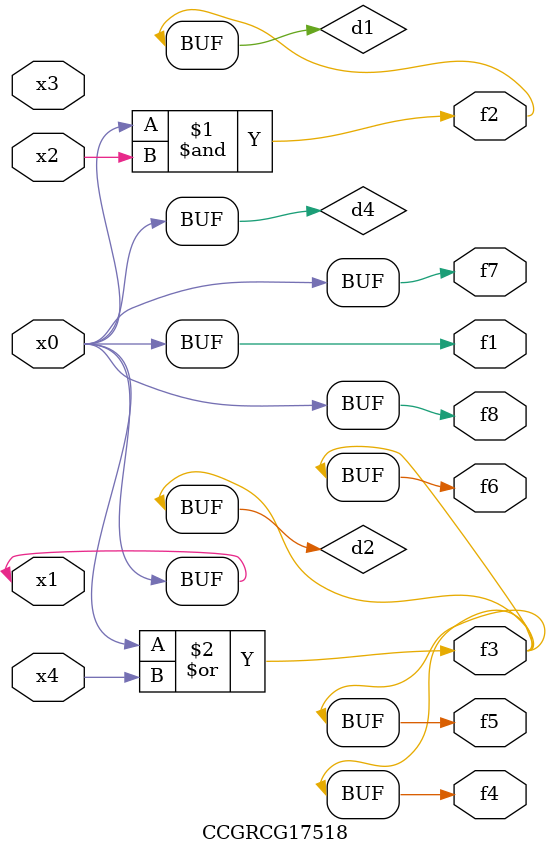
<source format=v>
module CCGRCG17518(
	input x0, x1, x2, x3, x4,
	output f1, f2, f3, f4, f5, f6, f7, f8
);

	wire d1, d2, d3, d4;

	and (d1, x0, x2);
	or (d2, x0, x4);
	nand (d3, x0, x2);
	buf (d4, x0, x1);
	assign f1 = d4;
	assign f2 = d1;
	assign f3 = d2;
	assign f4 = d2;
	assign f5 = d2;
	assign f6 = d2;
	assign f7 = d4;
	assign f8 = d4;
endmodule

</source>
